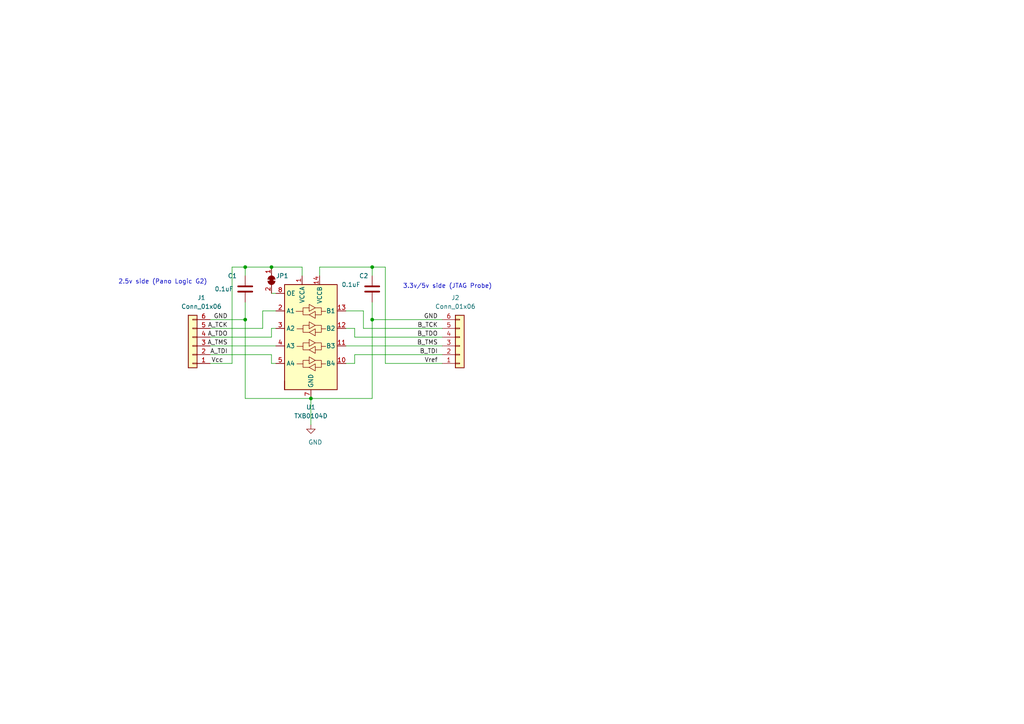
<source format=kicad_sch>
(kicad_sch (version 20210621) (generator eeschema)
  (paper "A4")
  (lib_symbols
    (symbol "Connector_Generic:Conn_01x06" (pin_names (offset 1.016) hide)
      (property "Reference" "J" (at 0 7.62 0))
      (property "Value" "Conn_01x06" (at 0 -10.16 0))
      (symbol "Conn_01x06_1_1"
        (rectangle (start -1.27 -7.493) (end 0 -7.747) (stroke (width 0.1524)))
        (rectangle (start -1.27 -4.953) (end 0 -5.207) (stroke (width 0.1524)))
        (rectangle (start -1.27 -2.413) (end 0 -2.667) (stroke (width 0.1524)))
        (rectangle (start -1.27 0.127) (end 0 -0.127) (stroke (width 0.1524)))
        (rectangle (start -1.27 2.667) (end 0 2.413) (stroke (width 0.1524)))
        (rectangle (start -1.27 5.207) (end 0 4.953) (stroke (width 0.1524)))
        (rectangle (start -1.27 6.35) (end 1.27 -8.89) (stroke (width 0.254)) (fill (type background)))
        (pin passive line (at -5.08 5.08 0) (length 3.81) (name "Pin_1") (number "1"))
        (pin passive line (at -5.08 2.54 0) (length 3.81) (name "Pin_2") (number "2"))
        (pin passive line (at -5.08 0 0) (length 3.81) (name "Pin_3") (number "3"))
        (pin passive line (at -5.08 -2.54 0) (length 3.81) (name "Pin_4") (number "4"))
        (pin passive line (at -5.08 -5.08 0) (length 3.81) (name "Pin_5") (number "5"))
        (pin passive line (at -5.08 -7.62 0) (length 3.81) (name "Pin_6") (number "6"))
      )
    )
    (symbol "Device:C" (pin_numbers hide) (pin_names (offset 0.254))
      (property "Reference" "C" (at 0.635 2.54 0))
      (property "Value" "C" (at 0.635 -2.54 0))
      (symbol "C_0_1"
        (polyline (pts (xy -2.032 -0.762) (xy 2.032 -0.762)) (stroke (width 0.508)))
        (polyline (pts (xy -2.032 0.762) (xy 2.032 0.762)) (stroke (width 0.508)))
      )
      (symbol "C_1_1"
        (pin passive line (at 0 3.81 270) (length 2.794) (name "~") (number "1"))
        (pin passive line (at 0 -3.81 90) (length 2.794) (name "~") (number "2"))
      )
    )
    (symbol "Jumper:SolderJumper_2_Bridged" (pin_names (offset 0) hide)
      (property "Reference" "JP" (at 0 2.032 0))
      (property "Value" "SolderJumper_2_Bridged" (at 0 -2.54 0))
      (symbol "SolderJumper_2_Bridged_0_1"
        (arc (start -0.254 1.016) (end -0.254 -1.016) (radius (at -0.254 0) (length 1.016) (angles 90.1 -90.1)))
        (arc (start 0.254 -1.016) (end 0.254 1.016) (radius (at 0.254 0) (length 1.016) (angles -89.9 89.9)))
        (arc (start -0.254 1.016) (end -0.254 -1.016) (radius (at -0.254 0) (length 1.016) (angles 90.1 -90.1)) (fill (type outline)))
        (arc (start 0.254 -1.016) (end 0.254 1.016) (radius (at 0.254 0) (length 1.016) (angles -89.9 89.9)) (fill (type outline)))
        (rectangle (start -0.508 0.508) (end 0.508 -0.508) (fill (type outline)))
        (polyline (pts (xy -0.254 1.016) (xy -0.254 -1.016)))
        (polyline (pts (xy 0.254 1.016) (xy 0.254 -1.016)))
      )
      (symbol "SolderJumper_2_Bridged_1_1"
        (pin passive line (at -3.81 0 0) (length 2.54) (name "A") (number "1"))
        (pin passive line (at 3.81 0 180) (length 2.54) (name "B") (number "2"))
      )
    )
    (symbol "Logic_LevelTranslator:TXB0104D"
      (property "Reference" "U" (at -6.35 16.51 0))
      (property "Value" "TXB0104D" (at 3.81 16.51 0))
      (symbol "TXB0104D_0_1"
        (rectangle (start -7.62 -15.24) (end -7.62 -12.7) (stroke (width 0.254)))
        (rectangle (start -7.62 15.24) (end 7.62 -15.24) (stroke (width 0.254)) (fill (type background)))
        (polyline (pts (xy -2.286 -7.747) (xy -2.286 -6.731) (xy -0.508 -6.731)))
        (polyline (pts (xy -2.286 -2.667) (xy -2.286 -1.651) (xy -0.508 -1.651)))
        (polyline (pts (xy -2.286 2.413) (xy -2.286 3.429) (xy -0.508 3.429)))
        (polyline (pts (xy -2.286 7.493) (xy -2.286 8.509) (xy -0.508 8.509)))
        (polyline (pts (xy 3.048 -7.747) (xy 3.048 -8.763) (xy 1.27 -8.763)))
        (polyline (pts (xy 3.048 -2.667) (xy 3.048 -3.683) (xy 1.27 -3.683)))
        (polyline (pts (xy 3.048 2.413) (xy 3.048 1.397) (xy 1.27 1.397)))
        (polyline (pts (xy 3.048 7.493) (xy 3.048 6.477) (xy 1.27 6.477)))
        (polyline (pts (xy -0.508 -8.763) (xy -2.286 -8.763) (xy -2.286 -7.747) (xy -4.064 -7.747)))
        (polyline (pts (xy -0.508 -8.763) (xy 1.27 -7.747) (xy 1.27 -9.779) (xy -0.508 -8.763)))
        (polyline (pts (xy -0.508 -3.683) (xy -2.286 -3.683) (xy -2.286 -2.667) (xy -4.064 -2.667)))
        (polyline (pts (xy -0.508 -3.683) (xy 1.27 -2.667) (xy 1.27 -4.699) (xy -0.508 -3.683)))
        (polyline (pts (xy -0.508 1.397) (xy -2.286 1.397) (xy -2.286 2.413) (xy -4.064 2.413)))
        (polyline (pts (xy -0.508 1.397) (xy 1.27 2.413) (xy 1.27 0.381) (xy -0.508 1.397)))
        (polyline (pts (xy -0.508 6.477) (xy -2.286 6.477) (xy -2.286 7.493) (xy -4.318 7.493)))
        (polyline (pts (xy -0.508 6.477) (xy 1.27 7.493) (xy 1.27 5.461) (xy -0.508 6.477)))
        (polyline (pts (xy 1.27 -6.731) (xy -0.508 -7.747) (xy -0.508 -5.715) (xy 1.27 -6.731)))
        (polyline (pts (xy 1.27 -6.731) (xy 3.048 -6.731) (xy 3.048 -7.747) (xy 4.318 -7.747)))
        (polyline (pts (xy 1.27 -1.651) (xy -0.508 -2.667) (xy -0.508 -0.635) (xy 1.27 -1.651)))
        (polyline (pts (xy 1.27 -1.651) (xy 3.048 -1.651) (xy 3.048 -2.667) (xy 4.318 -2.667)))
        (polyline (pts (xy 1.27 3.429) (xy -0.508 2.413) (xy -0.508 4.445) (xy 1.27 3.429)))
        (polyline (pts (xy 1.27 3.429) (xy 3.048 3.429) (xy 3.048 2.413) (xy 4.318 2.413)))
        (polyline (pts (xy 1.27 8.509) (xy -0.508 7.493) (xy -0.508 9.525) (xy 1.27 8.509)))
        (polyline (pts (xy 1.27 8.509) (xy 3.048 8.509) (xy 3.048 7.493) (xy 4.318 7.493)))
      )
      (symbol "TXB0104D_1_1"
        (pin power_in line (at -2.54 17.78 270) (length 2.54) (name "VCCA") (number "1"))
        (pin bidirectional line (at 10.16 -7.62 180) (length 2.54) (name "B4") (number "10"))
        (pin bidirectional line (at 10.16 -2.54 180) (length 2.54) (name "B3") (number "11"))
        (pin bidirectional line (at 10.16 2.54 180) (length 2.54) (name "B2") (number "12"))
        (pin bidirectional line (at 10.16 7.62 180) (length 2.54) (name "B1") (number "13"))
        (pin power_in line (at 2.54 17.78 270) (length 2.54) (name "VCCB") (number "14"))
        (pin bidirectional line (at -10.16 7.62 0) (length 2.54) (name "A1") (number "2"))
        (pin bidirectional line (at -10.16 2.54 0) (length 2.54) (name "A2") (number "3"))
        (pin bidirectional line (at -10.16 -2.54 0) (length 2.54) (name "A3") (number "4"))
        (pin bidirectional line (at -10.16 -7.62 0) (length 2.54) (name "A4") (number "5"))
        (pin no_connect line (at -10.16 -12.7 0) (length 2.54) hide (name "NC") (number "6"))
        (pin power_in line (at 0 -17.78 90) (length 2.54) (name "GND") (number "7"))
        (pin input line (at -10.16 12.7 0) (length 2.54) (name "OE") (number "8"))
        (pin no_connect line (at 10.16 -12.7 180) (length 2.54) hide (name "NC") (number "9"))
      )
    )
    (symbol "power:GND" (power) (pin_names (offset 0))
      (property "Value" "GND" (at 0 -3.81 0))
      (symbol "GND_0_1"
        (polyline (pts (xy 0 0) (xy 0 -1.27) (xy 1.27 -1.27) (xy 0 -2.54) (xy -1.27 -1.27) (xy 0 -1.27)))
      )
      (symbol "GND_1_1"
        (pin power_in line (at 0 0 270) (length 0) hide (name "GND") (number "1"))
      )
    )
  )
  (junction (at 71.12 77.47) (diameter 0.9144))
  (junction (at 71.12 92.71) (diameter 0.9144))
  (junction (at 78.74 77.47) (diameter 0.9144))
  (junction (at 90.17 115.57) (diameter 0.9144))
  (junction (at 107.95 77.47) (diameter 0.9144))
  (junction (at 107.95 92.71) (diameter 0.9144))
  (wire (pts (xy 60.96 92.71) (xy 71.12 92.71)))
  (wire (pts (xy 60.96 95.25) (xy 76.2 95.25)))
  (wire (pts (xy 60.96 97.79) (xy 78.74 97.79)))
  (wire (pts (xy 60.96 100.33) (xy 80.01 100.33)))
  (wire (pts (xy 60.96 102.87) (xy 78.74 102.87)))
  (wire (pts (xy 60.96 105.41) (xy 67.31 105.41)))
  (wire (pts (xy 67.31 77.47) (xy 71.12 77.47)))
  (wire (pts (xy 67.31 105.41) (xy 67.31 77.47)))
  (wire (pts (xy 71.12 77.47) (xy 71.12 80.01)))
  (wire (pts (xy 71.12 77.47) (xy 78.74 77.47)))
  (wire (pts (xy 71.12 87.63) (xy 71.12 92.71)))
  (wire (pts (xy 71.12 92.71) (xy 71.12 115.57)))
  (wire (pts (xy 76.2 90.17) (xy 80.01 90.17)))
  (wire (pts (xy 76.2 95.25) (xy 76.2 90.17)))
  (wire (pts (xy 78.74 77.47) (xy 87.63 77.47)))
  (wire (pts (xy 78.74 85.09) (xy 80.01 85.09)))
  (wire (pts (xy 78.74 95.25) (xy 80.01 95.25)))
  (wire (pts (xy 78.74 97.79) (xy 78.74 95.25)))
  (wire (pts (xy 78.74 102.87) (xy 78.74 105.41)))
  (wire (pts (xy 78.74 105.41) (xy 80.01 105.41)))
  (wire (pts (xy 87.63 80.01) (xy 87.63 77.47)))
  (wire (pts (xy 90.17 115.57) (xy 71.12 115.57)))
  (wire (pts (xy 90.17 115.57) (xy 90.17 123.19)))
  (wire (pts (xy 90.17 115.57) (xy 107.95 115.57)))
  (wire (pts (xy 92.71 77.47) (xy 92.71 80.01)))
  (wire (pts (xy 92.71 77.47) (xy 107.95 77.47)))
  (wire (pts (xy 100.33 90.17) (xy 105.41 90.17)))
  (wire (pts (xy 100.33 95.25) (xy 102.87 95.25)))
  (wire (pts (xy 100.33 100.33) (xy 128.27 100.33)))
  (wire (pts (xy 100.33 105.41) (xy 102.87 105.41)))
  (wire (pts (xy 102.87 97.79) (xy 102.87 95.25)))
  (wire (pts (xy 102.87 102.87) (xy 102.87 105.41)))
  (wire (pts (xy 105.41 90.17) (xy 105.41 95.25)))
  (wire (pts (xy 107.95 77.47) (xy 107.95 80.01)))
  (wire (pts (xy 107.95 77.47) (xy 111.76 77.47)))
  (wire (pts (xy 107.95 87.63) (xy 107.95 92.71)))
  (wire (pts (xy 107.95 92.71) (xy 107.95 115.57)))
  (wire (pts (xy 107.95 92.71) (xy 128.27 92.71)))
  (wire (pts (xy 111.76 105.41) (xy 111.76 77.47)))
  (wire (pts (xy 111.76 105.41) (xy 128.27 105.41)))
  (wire (pts (xy 128.27 95.25) (xy 105.41 95.25)))
  (wire (pts (xy 128.27 97.79) (xy 102.87 97.79)))
  (wire (pts (xy 128.27 102.87) (xy 102.87 102.87)))
  (text "2.5v side (Pano Logic G2)" (at 34.29 82.55 0) (effects (font (size 1.27 1.27)) (justify left bottom)))
  (text "3.3v/5v side (JTAG Probe)" (at 116.84 83.82 0) (effects (font (size 1.27 1.27)) (justify left bottom)))
  (label "Vcc" (at 64.77 105.41 180))
  (label "GND" (at 66.04 92.71 180))
  (label "A_TCK" (at 66.04 95.25 180))
  (label "A_TDO" (at 66.04 97.79 180))
  (label "A_TMS" (at 66.04 100.33 180))
  (label "A_TDI" (at 66.04 102.87 180))
  (label "GND" (at 127 92.71 180))
  (label "B_TCK" (at 127 95.25 180))
  (label "B_TDO" (at 127 97.79 180))
  (label "B_TMS" (at 127 100.33 180))
  (label "B_TDI" (at 127 102.87 180))
  (label "Vref" (at 127 105.41 180))
  (symbol (lib_id "power:GND") (at 90.17 123.19 0) (unit 1)
    (property "Reference" "#PWR01" (effects hide))
    (property "Value" "GND" (at 91.44 128.27 0))
  )
  (symbol (lib_id "Jumper:SolderJumper_2_Bridged") (at 78.74 81.28 270) (unit 1)
    (property "Reference" "JP1" (at 80.01 80.01 90) (effects (justify left)))
    (property "Value" "SolderJumper_2_Bridged" (effects hide))
    (property "Footprint" "Jumper:SolderJumper-2_P1.3mm_Bridged_Pad1.0x1.5mm" (effects hide))
  )
  (symbol (lib_id "Device:C") (at 71.12 83.82 0) (unit 1)
    (property "Reference" "C1" (at 66.04 80.01 0) (effects (justify left)))
    (property "Value" "0.1uF" (at 62.23 83.82 0) (effects (justify left)))
    (property "Footprint" "Capacitor_SMD:C_0805_2012Metric" (effects hide))
  )
  (symbol (lib_id "Device:C") (at 107.95 83.82 0) (unit 1)
    (property "Reference" "C2" (at 104.14 80.01 0) (effects (justify left)))
    (property "Value" "0.1uF" (at 99.06 82.55 0) (effects (justify left)))
    (property "Footprint" "Capacitor_SMD:C_0805_2012Metric" (effects hide))
  )
  (symbol (lib_id "Connector_Generic:Conn_01x06") (at 55.88 100.33 180) (unit 1)
    (property "Reference" "J1" (at 58.42 86.36 0))
    (property "Value" "Conn_01x06" (at 58.42 88.9 0))
    (property "Footprint" "Connector_PinHeader_1.27mm:PinHeader_1x06_P1.27mm_Vertical" (effects hide))
  )
  (symbol (lib_id "Connector_Generic:Conn_01x06") (at 133.35 100.33 0) (mirror x) (unit 1)
    (property "Reference" "J2" (at 132.08 86.36 0))
    (property "Value" "Conn_01x06" (at 132.08 88.9 0))
    (property "Footprint" "Connector_PinHeader_2.54mm:PinHeader_1x06_P2.54mm_Vertical" (effects hide))
  )
  (symbol (lib_id "Logic_LevelTranslator:TXB0104D") (at 90.17 97.79 0) (unit 1)
    (property "Reference" "U1" (at 90.17 118.11 0))
    (property "Value" "TXB0104D" (at 90.17 120.65 0))
    (property "Footprint" "Package_SO:SOIC-14_3.9x8.7mm_P1.27mm" (effects hide))
    (property "Datasheet" "http://www.ti.com/lit/ds/symlink/txb0104.pdf" (effects hide))
  )
)
</source>
